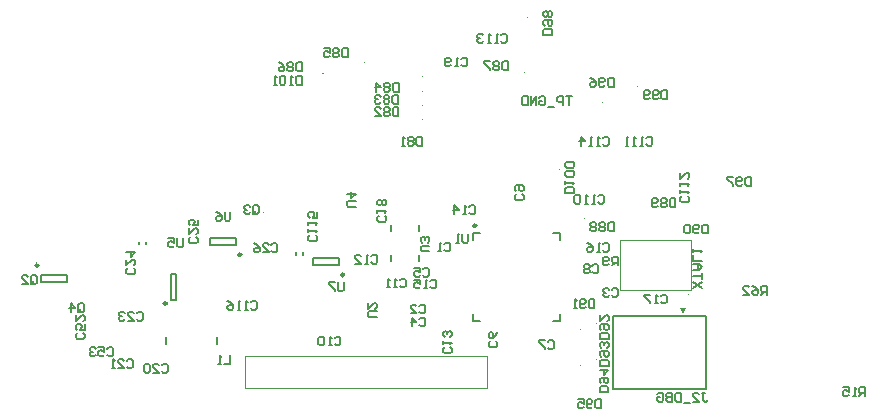
<source format=gbo>
G04*
G04 #@! TF.GenerationSoftware,Altium Limited,Altium Designer,24.2.2 (26)*
G04*
G04 Layer_Color=32896*
%FSLAX44Y44*%
%MOMM*%
G71*
G04*
G04 #@! TF.SameCoordinates,2B7E99FB-4F0D-402E-9D71-9E8D4FD60802*
G04*
G04*
G04 #@! TF.FilePolarity,Positive*
G04*
G01*
G75*
%ADD10C,0.1500*%
%ADD11C,0.2000*%
%ADD95C,0.2500*%
%ADD96C,0.1000*%
%ADD97C,0.0500*%
G36*
X1368476Y89973D02*
X1370976Y94973D01*
X1365976D01*
X1368476Y89973D01*
D02*
G37*
D10*
X1186401Y157575D02*
Y151327D01*
X1185152Y150077D01*
X1182652D01*
X1181403Y151327D01*
Y157575D01*
X1178904Y150077D02*
X1176404D01*
X1177654D01*
Y157575D01*
X1178904Y156325D01*
X1127591Y285481D02*
Y277983D01*
X1123842D01*
X1122592Y279233D01*
Y284231D01*
X1123842Y285481D01*
X1127591D01*
X1120093Y284231D02*
X1118844Y285481D01*
X1116344D01*
X1115095Y284231D01*
Y282981D01*
X1116344Y281732D01*
X1115095Y280482D01*
Y279233D01*
X1116344Y277983D01*
X1118844D01*
X1120093Y279233D01*
Y280482D01*
X1118844Y281732D01*
X1120093Y282981D01*
Y284231D01*
X1118844Y281732D02*
X1116344D01*
X1108847Y277983D02*
Y285481D01*
X1112596Y281732D01*
X1107597D01*
X1522372Y20251D02*
Y27749D01*
X1518623D01*
X1517374Y26499D01*
Y24000D01*
X1518623Y22750D01*
X1522372D01*
X1519873D02*
X1517374Y20251D01*
X1514874D02*
X1512375D01*
X1513625D01*
Y27749D01*
X1514874Y26499D01*
X1503628Y27749D02*
X1508626D01*
Y24000D01*
X1506127Y25250D01*
X1504878D01*
X1503628Y24000D01*
Y21501D01*
X1504878Y20251D01*
X1507377D01*
X1508626Y21501D01*
X1002498Y99846D02*
X1003747Y101096D01*
X1006246D01*
X1007496Y99846D01*
Y94848D01*
X1006246Y93598D01*
X1003747D01*
X1002498Y94848D01*
X999998Y93598D02*
X997499D01*
X998749D01*
Y101096D01*
X999998Y99846D01*
X993750Y93598D02*
X991251D01*
X992501D01*
Y101096D01*
X993750Y99846D01*
X982504Y101096D02*
X985003Y99846D01*
X987502Y97347D01*
Y94848D01*
X986253Y93598D01*
X983754D01*
X982504Y94848D01*
Y96097D01*
X983754Y97347D01*
X987502D01*
X1153749Y142752D02*
X1147501D01*
X1146251Y144002D01*
Y146501D01*
X1147501Y147750D01*
X1153749D01*
X1152499Y150250D02*
X1153749Y151499D01*
Y153998D01*
X1152499Y155248D01*
X1151250D01*
X1150000Y153998D01*
Y152749D01*
Y153998D01*
X1148750Y155248D01*
X1147501D01*
X1146251Y153998D01*
Y151499D01*
X1147501Y150250D01*
X816272Y116228D02*
Y121226D01*
X817522Y122476D01*
X820021D01*
X821271Y121226D01*
Y116228D01*
X820021Y114978D01*
X817522D01*
X818772Y117477D02*
X816272Y114978D01*
X817522D02*
X816272Y116228D01*
X808775Y114978D02*
X813773D01*
X808775Y119977D01*
Y121226D01*
X810024Y122476D01*
X812523D01*
X813773Y121226D01*
X1081091Y116586D02*
Y110338D01*
X1079842Y109089D01*
X1077342D01*
X1076093Y110338D01*
Y116586D01*
X1073594D02*
X1068595D01*
Y115337D01*
X1073594Y110338D01*
Y109089D01*
X1045604Y291482D02*
Y283985D01*
X1041856D01*
X1040606Y285234D01*
Y290233D01*
X1041856Y291482D01*
X1045604D01*
X1038107Y283985D02*
X1035608D01*
X1036857D01*
Y291482D01*
X1038107Y290233D01*
X1031859D02*
X1030609Y291482D01*
X1028110D01*
X1026861Y290233D01*
Y285234D01*
X1028110Y283985D01*
X1030609D01*
X1031859Y285234D01*
Y290233D01*
X1024361Y283985D02*
X1021862D01*
X1023112D01*
Y291482D01*
X1024361Y290233D01*
X1276162Y192293D02*
X1268665D01*
Y196042D01*
X1269914Y197291D01*
X1274913D01*
X1276162Y196042D01*
Y192293D01*
X1268665Y199790D02*
Y202290D01*
Y201040D01*
X1276162D01*
X1274913Y199790D01*
Y206038D02*
X1276162Y207288D01*
Y209787D01*
X1274913Y211037D01*
X1269914D01*
X1268665Y209787D01*
Y207288D01*
X1269914Y206038D01*
X1274913D01*
Y213536D02*
X1276162Y214786D01*
Y217285D01*
X1274913Y218534D01*
X1269914D01*
X1268665Y217285D01*
Y214786D01*
X1269914Y213536D01*
X1274913D01*
X1355195Y279080D02*
Y271582D01*
X1351446D01*
X1350196Y272832D01*
Y277830D01*
X1351446Y279080D01*
X1355195D01*
X1347697Y272832D02*
X1346447Y271582D01*
X1343948D01*
X1342699Y272832D01*
Y277830D01*
X1343948Y279080D01*
X1346447D01*
X1347697Y277830D01*
Y276581D01*
X1346447Y275331D01*
X1342699D01*
X1340200Y272832D02*
X1338950Y271582D01*
X1336451D01*
X1335201Y272832D01*
Y277830D01*
X1336451Y279080D01*
X1338950D01*
X1340200Y277830D01*
Y276581D01*
X1338950Y275331D01*
X1335201D01*
X1257782Y326332D02*
X1250285D01*
Y330081D01*
X1251534Y331331D01*
X1256533D01*
X1257782Y330081D01*
Y326332D01*
X1251534Y333830D02*
X1250285Y335079D01*
Y337579D01*
X1251534Y338828D01*
X1256533D01*
X1257782Y337579D01*
Y335079D01*
X1256533Y333830D01*
X1255283D01*
X1254034Y335079D01*
Y338828D01*
X1256533Y341328D02*
X1257782Y342577D01*
Y345076D01*
X1256533Y346326D01*
X1255283D01*
X1254034Y345076D01*
X1252784Y346326D01*
X1251534D01*
X1250285Y345076D01*
Y342577D01*
X1251534Y341328D01*
X1252784D01*
X1254034Y342577D01*
X1255283Y341328D01*
X1256533D01*
X1254034Y342577D02*
Y345076D01*
X1426048Y205771D02*
Y198274D01*
X1422299D01*
X1421049Y199523D01*
Y204522D01*
X1422299Y205771D01*
X1426048D01*
X1418550Y199523D02*
X1417300Y198274D01*
X1414801D01*
X1413552Y199523D01*
Y204522D01*
X1414801Y205771D01*
X1417300D01*
X1418550Y204522D01*
Y203272D01*
X1417300Y202022D01*
X1413552D01*
X1411052Y205771D02*
X1406054D01*
Y204522D01*
X1411052Y199523D01*
Y198274D01*
X1309681Y289811D02*
Y282314D01*
X1305932D01*
X1304683Y283563D01*
Y288562D01*
X1305932Y289811D01*
X1309681D01*
X1302183Y283563D02*
X1300934Y282314D01*
X1298435D01*
X1297185Y283563D01*
Y288562D01*
X1298435Y289811D01*
X1300934D01*
X1302183Y288562D01*
Y287312D01*
X1300934Y286063D01*
X1297185D01*
X1289687Y289811D02*
X1292187Y288562D01*
X1294686Y286063D01*
Y283563D01*
X1293436Y282314D01*
X1290937D01*
X1289687Y283563D01*
Y284813D01*
X1290937Y286063D01*
X1294686D01*
X1299231Y17603D02*
Y10106D01*
X1295482D01*
X1294232Y11356D01*
Y16354D01*
X1295482Y17603D01*
X1299231D01*
X1291733Y11356D02*
X1290483Y10106D01*
X1287984D01*
X1286735Y11356D01*
Y16354D01*
X1287984Y17603D01*
X1290483D01*
X1291733Y16354D01*
Y15104D01*
X1290483Y13855D01*
X1286735D01*
X1279237Y17603D02*
X1284236D01*
Y13855D01*
X1281736Y15104D01*
X1280487D01*
X1279237Y13855D01*
Y11356D01*
X1280487Y10106D01*
X1282986D01*
X1284236Y11356D01*
X1305307Y23521D02*
X1297809D01*
Y27269D01*
X1299059Y28519D01*
X1304057D01*
X1305307Y27269D01*
Y23521D01*
X1299059Y31018D02*
X1297809Y32268D01*
Y34767D01*
X1299059Y36016D01*
X1304057D01*
X1305307Y34767D01*
Y32268D01*
X1304057Y31018D01*
X1302808D01*
X1301558Y32268D01*
Y36016D01*
X1297809Y42264D02*
X1305307D01*
X1301558Y38516D01*
Y43514D01*
X1305375Y46074D02*
X1297877D01*
Y49823D01*
X1299127Y51073D01*
X1304125D01*
X1305375Y49823D01*
Y46074D01*
X1299127Y53572D02*
X1297877Y54822D01*
Y57321D01*
X1299127Y58570D01*
X1304125D01*
X1305375Y57321D01*
Y54822D01*
X1304125Y53572D01*
X1302876D01*
X1301626Y54822D01*
Y58570D01*
X1304125Y61070D02*
X1305375Y62319D01*
Y64818D01*
X1304125Y66068D01*
X1302876D01*
X1301626Y64818D01*
Y63569D01*
Y64818D01*
X1300376Y66068D01*
X1299127D01*
X1297877Y64818D01*
Y62319D01*
X1299127Y61070D01*
X1305375Y68764D02*
X1297877D01*
Y72512D01*
X1299127Y73762D01*
X1304125D01*
X1305375Y72512D01*
Y68764D01*
X1299127Y76261D02*
X1297877Y77511D01*
Y80010D01*
X1299127Y81260D01*
X1304125D01*
X1305375Y80010D01*
Y77511D01*
X1304125Y76261D01*
X1302876D01*
X1301626Y77511D01*
Y81260D01*
X1297877Y88757D02*
Y83759D01*
X1302876Y88757D01*
X1304125D01*
X1305375Y87508D01*
Y85008D01*
X1304125Y83759D01*
X1293469Y102221D02*
Y94724D01*
X1289720D01*
X1288471Y95973D01*
Y100972D01*
X1289720Y102221D01*
X1293469D01*
X1285972Y95973D02*
X1284722Y94724D01*
X1282223D01*
X1280973Y95973D01*
Y100972D01*
X1282223Y102221D01*
X1284722D01*
X1285972Y100972D01*
Y99722D01*
X1284722Y98472D01*
X1280973D01*
X1278474Y94724D02*
X1275975D01*
X1277224D01*
Y102221D01*
X1278474Y100972D01*
X1389452Y165551D02*
Y158053D01*
X1385703D01*
X1384453Y159303D01*
Y164301D01*
X1385703Y165551D01*
X1389452D01*
X1381954Y159303D02*
X1380705Y158053D01*
X1378206D01*
X1376956Y159303D01*
Y164301D01*
X1378206Y165551D01*
X1380705D01*
X1381954Y164301D01*
Y163052D01*
X1380705Y161802D01*
X1376956D01*
X1374457Y164301D02*
X1373207Y165551D01*
X1370708D01*
X1369458Y164301D01*
Y159303D01*
X1370708Y158053D01*
X1373207D01*
X1374457Y159303D01*
Y164301D01*
X1361997Y187749D02*
Y180251D01*
X1358248D01*
X1356998Y181501D01*
Y186499D01*
X1358248Y187749D01*
X1361997D01*
X1354499Y186499D02*
X1353250Y187749D01*
X1350750D01*
X1349501Y186499D01*
Y185250D01*
X1350750Y184000D01*
X1349501Y182750D01*
Y181501D01*
X1350750Y180251D01*
X1353250D01*
X1354499Y181501D01*
Y182750D01*
X1353250Y184000D01*
X1354499Y185250D01*
Y186499D01*
X1353250Y184000D02*
X1350750D01*
X1347002Y181501D02*
X1345752Y180251D01*
X1343253D01*
X1342003Y181501D01*
Y186499D01*
X1343253Y187749D01*
X1345752D01*
X1347002Y186499D01*
Y185250D01*
X1345752Y184000D01*
X1342003D01*
X1309951Y167567D02*
Y160069D01*
X1306203D01*
X1304953Y161319D01*
Y166317D01*
X1306203Y167567D01*
X1309951D01*
X1302454Y166317D02*
X1301204Y167567D01*
X1298705D01*
X1297455Y166317D01*
Y165068D01*
X1298705Y163818D01*
X1297455Y162568D01*
Y161319D01*
X1298705Y160069D01*
X1301204D01*
X1302454Y161319D01*
Y162568D01*
X1301204Y163818D01*
X1302454Y165068D01*
Y166317D01*
X1301204Y163818D02*
X1298705D01*
X1294956Y166317D02*
X1293707Y167567D01*
X1291207D01*
X1289958Y166317D01*
Y165068D01*
X1291207Y163818D01*
X1289958Y162568D01*
Y161319D01*
X1291207Y160069D01*
X1293707D01*
X1294956Y161319D01*
Y162568D01*
X1293707Y163818D01*
X1294956Y165068D01*
Y166317D01*
X1293707Y163818D02*
X1291207D01*
X1220322Y303885D02*
Y296387D01*
X1216573D01*
X1215323Y297637D01*
Y302635D01*
X1216573Y303885D01*
X1220322D01*
X1212824Y302635D02*
X1211574Y303885D01*
X1209075D01*
X1207825Y302635D01*
Y301385D01*
X1209075Y300136D01*
X1207825Y298886D01*
Y297637D01*
X1209075Y296387D01*
X1211574D01*
X1212824Y297637D01*
Y298886D01*
X1211574Y300136D01*
X1212824Y301385D01*
Y302635D01*
X1211574Y300136D02*
X1209075D01*
X1205326Y303885D02*
X1200328D01*
Y302635D01*
X1205326Y297637D01*
Y296387D01*
X1045997Y302900D02*
Y295403D01*
X1042248D01*
X1040998Y296652D01*
Y301651D01*
X1042248Y302900D01*
X1045997D01*
X1038499Y301651D02*
X1037250Y302900D01*
X1034750D01*
X1033501Y301651D01*
Y300401D01*
X1034750Y299151D01*
X1033501Y297902D01*
Y296652D01*
X1034750Y295403D01*
X1037250D01*
X1038499Y296652D01*
Y297902D01*
X1037250Y299151D01*
X1038499Y300401D01*
Y301651D01*
X1037250Y299151D02*
X1034750D01*
X1026003Y302900D02*
X1028502Y301651D01*
X1031002Y299151D01*
Y296652D01*
X1029752Y295403D01*
X1027253D01*
X1026003Y296652D01*
Y297902D01*
X1027253Y299151D01*
X1031002D01*
X1084388Y314669D02*
Y307172D01*
X1080639D01*
X1079390Y308421D01*
Y313420D01*
X1080639Y314669D01*
X1084388D01*
X1076891Y313420D02*
X1075641Y314669D01*
X1073142D01*
X1071892Y313420D01*
Y312170D01*
X1073142Y310920D01*
X1071892Y309671D01*
Y308421D01*
X1073142Y307172D01*
X1075641D01*
X1076891Y308421D01*
Y309671D01*
X1075641Y310920D01*
X1076891Y312170D01*
Y313420D01*
X1075641Y310920D02*
X1073142D01*
X1064395Y314669D02*
X1069393D01*
Y310920D01*
X1066894Y312170D01*
X1065644D01*
X1064395Y310920D01*
Y308421D01*
X1065644Y307172D01*
X1068143D01*
X1069393Y308421D01*
X1127398Y275183D02*
Y267685D01*
X1123649D01*
X1122400Y268935D01*
Y273933D01*
X1123649Y275183D01*
X1127398D01*
X1119901Y273933D02*
X1118651Y275183D01*
X1116152D01*
X1114902Y273933D01*
Y272684D01*
X1116152Y271434D01*
X1114902Y270184D01*
Y268935D01*
X1116152Y267685D01*
X1118651D01*
X1119901Y268935D01*
Y270184D01*
X1118651Y271434D01*
X1119901Y272684D01*
Y273933D01*
X1118651Y271434D02*
X1116152D01*
X1112403Y273933D02*
X1111153Y275183D01*
X1108654D01*
X1107405Y273933D01*
Y272684D01*
X1108654Y271434D01*
X1109904D01*
X1108654D01*
X1107405Y270184D01*
Y268935D01*
X1108654Y267685D01*
X1111153D01*
X1112403Y268935D01*
X1127495Y264692D02*
Y257195D01*
X1123746D01*
X1122496Y258444D01*
Y263443D01*
X1123746Y264692D01*
X1127495D01*
X1119997Y263443D02*
X1118747Y264692D01*
X1116248D01*
X1114998Y263443D01*
Y262193D01*
X1116248Y260944D01*
X1114998Y259694D01*
Y258444D01*
X1116248Y257195D01*
X1118747D01*
X1119997Y258444D01*
Y259694D01*
X1118747Y260944D01*
X1119997Y262193D01*
Y263443D01*
X1118747Y260944D02*
X1116248D01*
X1107501Y257195D02*
X1112499D01*
X1107501Y262193D01*
Y263443D01*
X1108751Y264692D01*
X1111250D01*
X1112499Y263443D01*
X1147747Y239749D02*
Y232251D01*
X1143998D01*
X1142749Y233501D01*
Y238499D01*
X1143998Y239749D01*
X1147747D01*
X1140250Y238499D02*
X1139000Y239749D01*
X1136501D01*
X1135251Y238499D01*
Y237250D01*
X1136501Y236000D01*
X1135251Y234750D01*
Y233501D01*
X1136501Y232251D01*
X1139000D01*
X1140250Y233501D01*
Y234750D01*
X1139000Y236000D01*
X1140250Y237250D01*
Y238499D01*
X1139000Y236000D02*
X1136501D01*
X1132752Y232251D02*
X1130253D01*
X1131502D01*
Y239749D01*
X1132752Y238499D01*
X1057499Y156502D02*
X1058749Y155253D01*
Y152754D01*
X1057499Y151504D01*
X1052501D01*
X1051251Y152754D01*
Y155253D01*
X1052501Y156502D01*
X1051251Y159002D02*
Y161501D01*
Y160251D01*
X1058749D01*
X1057499Y159002D01*
X1051251Y165250D02*
Y167749D01*
Y166499D01*
X1058749D01*
X1057499Y165250D01*
X1058749Y176496D02*
Y171498D01*
X1055000D01*
X1056250Y173997D01*
Y175246D01*
X1055000Y176496D01*
X1052501D01*
X1051251Y175246D01*
Y172747D01*
X1052501Y171498D01*
X1300498Y238499D02*
X1301747Y239749D01*
X1304246D01*
X1305496Y238499D01*
Y233501D01*
X1304246Y232251D01*
X1301747D01*
X1300498Y233501D01*
X1297998Y232251D02*
X1295499D01*
X1296749D01*
Y239749D01*
X1297998Y238499D01*
X1291750Y232251D02*
X1289251D01*
X1290501D01*
Y239749D01*
X1291750Y238499D01*
X1281754Y232251D02*
Y239749D01*
X1285502Y236000D01*
X1280504D01*
X1214262Y325775D02*
X1215512Y327024D01*
X1218011D01*
X1219261Y325775D01*
Y320776D01*
X1218011Y319527D01*
X1215512D01*
X1214262Y320776D01*
X1211763Y319527D02*
X1209264D01*
X1210514D01*
Y327024D01*
X1211763Y325775D01*
X1205515Y319527D02*
X1203016D01*
X1204266D01*
Y327024D01*
X1205515Y325775D01*
X1199267D02*
X1198018Y327024D01*
X1195518D01*
X1194269Y325775D01*
Y324525D01*
X1195518Y323276D01*
X1196768D01*
X1195518D01*
X1194269Y322026D01*
Y320776D01*
X1195518Y319527D01*
X1198018D01*
X1199267Y320776D01*
X1372499Y189502D02*
X1373749Y188253D01*
Y185754D01*
X1372499Y184504D01*
X1367501D01*
X1366251Y185754D01*
Y188253D01*
X1367501Y189502D01*
X1366251Y192002D02*
Y194501D01*
Y193251D01*
X1373749D01*
X1372499Y192002D01*
X1366251Y198250D02*
Y200749D01*
Y199499D01*
X1373749D01*
X1372499Y198250D01*
X1366251Y209496D02*
Y204498D01*
X1371250Y209496D01*
X1372499D01*
X1373749Y208246D01*
Y205747D01*
X1372499Y204498D01*
X1337248Y238499D02*
X1338498Y239749D01*
X1340997D01*
X1342246Y238499D01*
Y233501D01*
X1340997Y232251D01*
X1338498D01*
X1337248Y233501D01*
X1334749Y232251D02*
X1332250D01*
X1333499D01*
Y239749D01*
X1334749Y238499D01*
X1328501Y232251D02*
X1326002D01*
X1327251D01*
Y239749D01*
X1328501Y238499D01*
X1322253Y232251D02*
X1319754D01*
X1321003D01*
Y239749D01*
X1322253Y238499D01*
X1296498Y189499D02*
X1297747Y190749D01*
X1300246D01*
X1301496Y189499D01*
Y184501D01*
X1300246Y183251D01*
X1297747D01*
X1296498Y184501D01*
X1293998Y183251D02*
X1291499D01*
X1292749D01*
Y190749D01*
X1293998Y189499D01*
X1287750Y183251D02*
X1285251D01*
X1286501D01*
Y190749D01*
X1287750Y189499D01*
X1281502D02*
X1280253Y190749D01*
X1277754D01*
X1276504Y189499D01*
Y184501D01*
X1277754Y183251D01*
X1280253D01*
X1281502Y184501D01*
Y189499D01*
X985250Y176180D02*
Y169932D01*
X984000Y168682D01*
X981501D01*
X980252Y169932D01*
Y176180D01*
X972754D02*
X975253Y174930D01*
X977753Y172431D01*
Y169932D01*
X976503Y168682D01*
X974004D01*
X972754Y169932D01*
Y171181D01*
X974004Y172431D01*
X977753D01*
X945248Y153749D02*
Y147501D01*
X943998Y146251D01*
X941499D01*
X940250Y147501D01*
Y153749D01*
X932752D02*
X937750D01*
Y150000D01*
X935251Y151250D01*
X934002D01*
X932752Y150000D01*
Y147501D01*
X934002Y146251D01*
X936501D01*
X937750Y147501D01*
X1274288Y274052D02*
X1269290D01*
X1271789D01*
Y266554D01*
X1266790D02*
Y274052D01*
X1263042D01*
X1261792Y272802D01*
Y270303D01*
X1263042Y269053D01*
X1266790D01*
X1259293Y265304D02*
X1254294D01*
X1246797Y272802D02*
X1248046Y274052D01*
X1250546D01*
X1251795Y272802D01*
Y267804D01*
X1250546Y266554D01*
X1248046D01*
X1246797Y267804D01*
Y270303D01*
X1249296D01*
X1244298Y266554D02*
Y274052D01*
X1239299Y266554D01*
Y274052D01*
X1236800D02*
Y266554D01*
X1233051D01*
X1231802Y267804D01*
Y272802D01*
X1233051Y274052D01*
X1236800D01*
X984998Y54749D02*
Y47251D01*
X980000D01*
X977501D02*
X975002D01*
X976251D01*
Y54749D01*
X977501Y53499D01*
X1091172Y180534D02*
X1084924D01*
X1083674Y181784D01*
Y184283D01*
X1084924Y185532D01*
X1091172D01*
X1083674Y191780D02*
X1091172D01*
X1087423Y188032D01*
Y193030D01*
X1439443Y106263D02*
Y113760D01*
X1435694D01*
X1434444Y112511D01*
Y110012D01*
X1435694Y108762D01*
X1439443D01*
X1436944D02*
X1434444Y106263D01*
X1426947Y113760D02*
X1429446Y112511D01*
X1431945Y110012D01*
Y107512D01*
X1430696Y106263D01*
X1428197D01*
X1426947Y107512D01*
Y108762D01*
X1428197Y110012D01*
X1431945D01*
X1419449Y106263D02*
X1424448D01*
X1419449Y111261D01*
Y112511D01*
X1420699Y113760D01*
X1423198D01*
X1424448Y112511D01*
X856250Y92501D02*
Y97499D01*
X857499Y98749D01*
X859998D01*
X861248Y97499D01*
Y92501D01*
X859998Y91251D01*
X857499D01*
X858749Y93750D02*
X856250Y91251D01*
X857499D02*
X856250Y92501D01*
X850002Y91251D02*
Y98749D01*
X853750Y95000D01*
X848752D01*
X1004363Y175757D02*
Y180756D01*
X1005613Y182005D01*
X1008112D01*
X1009362Y180756D01*
Y175757D01*
X1008112Y174508D01*
X1005613D01*
X1006862Y177007D02*
X1004363Y174508D01*
X1005613D02*
X1004363Y175757D01*
X1001864Y180756D02*
X1000614Y182005D01*
X998115D01*
X996866Y180756D01*
Y179506D01*
X998115Y178257D01*
X999365D01*
X998115D01*
X996866Y177007D01*
Y175757D01*
X998115Y174508D01*
X1000614D01*
X1001864Y175757D01*
X897398Y50037D02*
X898648Y51286D01*
X901147D01*
X902397Y50037D01*
Y45038D01*
X901147Y43788D01*
X898648D01*
X897398Y45038D01*
X889901Y43788D02*
X894899D01*
X889901Y48787D01*
Y50037D01*
X891150Y51286D01*
X893650D01*
X894899Y50037D01*
X887402Y43788D02*
X884902D01*
X886152D01*
Y51286D01*
X887402Y50037D01*
X905906Y90383D02*
X907156Y91633D01*
X909655D01*
X910905Y90383D01*
Y85385D01*
X909655Y84135D01*
X907156D01*
X905906Y85385D01*
X898409Y84135D02*
X903407D01*
X898409Y89134D01*
Y90383D01*
X899658Y91633D01*
X902157D01*
X903407Y90383D01*
X895909D02*
X894660Y91633D01*
X892161D01*
X890911Y90383D01*
Y89134D01*
X892161Y87884D01*
X893410D01*
X892161D01*
X890911Y86634D01*
Y85385D01*
X892161Y84135D01*
X894660D01*
X895909Y85385D01*
X1180647Y305630D02*
X1181896Y306880D01*
X1184395D01*
X1185645Y305630D01*
Y300632D01*
X1184395Y299382D01*
X1181896D01*
X1180647Y300632D01*
X1178147Y299382D02*
X1175648D01*
X1176898D01*
Y306880D01*
X1178147Y305630D01*
X1171899Y300632D02*
X1170650Y299382D01*
X1168150D01*
X1166901Y300632D01*
Y305630D01*
X1168150Y306880D01*
X1170650D01*
X1171899Y305630D01*
Y304381D01*
X1170650Y303131D01*
X1166901D01*
X927106Y46496D02*
X928356Y47746D01*
X930855D01*
X932104Y46496D01*
Y41498D01*
X930855Y40248D01*
X928356D01*
X927106Y41498D01*
X919608Y40248D02*
X924607D01*
X919608Y45247D01*
Y46496D01*
X920858Y47746D01*
X923357D01*
X924607Y46496D01*
X917109D02*
X915860Y47746D01*
X913360D01*
X912111Y46496D01*
Y41498D01*
X913360Y40248D01*
X915860D01*
X917109Y41498D01*
Y46496D01*
X956419Y154810D02*
X957668Y153561D01*
Y151062D01*
X956419Y149812D01*
X951420D01*
X950171Y151062D01*
Y153561D01*
X951420Y154810D01*
X950171Y162308D02*
Y157310D01*
X955169Y162308D01*
X956419D01*
X957668Y161058D01*
Y158559D01*
X956419Y157310D01*
X957668Y169806D02*
Y164807D01*
X953920D01*
X955169Y167306D01*
Y168556D01*
X953920Y169806D01*
X951420D01*
X950171Y168556D01*
Y166057D01*
X951420Y164807D01*
X903407Y128375D02*
X904656Y127126D01*
Y124627D01*
X903407Y123377D01*
X898408D01*
X897159Y124627D01*
Y127126D01*
X898408Y128375D01*
X897159Y135873D02*
Y130875D01*
X902157Y135873D01*
X903407D01*
X904656Y134623D01*
Y132124D01*
X903407Y130875D01*
X897159Y142121D02*
X904656D01*
X900907Y138372D01*
Y143371D01*
X880998Y60499D02*
X882248Y61749D01*
X884747D01*
X885997Y60499D01*
Y55501D01*
X884747Y54251D01*
X882248D01*
X880998Y55501D01*
X873501Y61749D02*
X878499D01*
Y58000D01*
X876000Y59250D01*
X874750D01*
X873501Y58000D01*
Y55501D01*
X874750Y54251D01*
X877250D01*
X878499Y55501D01*
X871002Y60499D02*
X869752Y61749D01*
X867253D01*
X866003Y60499D01*
Y59250D01*
X867253Y58000D01*
X868502D01*
X867253D01*
X866003Y56750D01*
Y55501D01*
X867253Y54251D01*
X869752D01*
X871002Y55501D01*
X860737Y73697D02*
X861986Y72447D01*
Y69948D01*
X860737Y68698D01*
X855738D01*
X854489Y69948D01*
Y72447D01*
X855738Y73697D01*
X861986Y81194D02*
Y76196D01*
X858238D01*
X859487Y78695D01*
Y79945D01*
X858238Y81194D01*
X855738D01*
X854489Y79945D01*
Y77445D01*
X855738Y76196D01*
X854489Y88692D02*
Y83693D01*
X859487Y88692D01*
X860737D01*
X861986Y87442D01*
Y84943D01*
X860737Y83693D01*
X1019998Y148499D02*
X1021248Y149749D01*
X1023747D01*
X1024997Y148499D01*
Y143501D01*
X1023747Y142251D01*
X1021248D01*
X1019998Y143501D01*
X1012501Y142251D02*
X1017499D01*
X1012501Y147250D01*
Y148499D01*
X1013750Y149749D01*
X1016250D01*
X1017499Y148499D01*
X1005003Y149749D02*
X1007502Y148499D01*
X1010002Y146000D01*
Y143501D01*
X1008752Y142251D01*
X1006253D01*
X1005003Y143501D01*
Y144750D01*
X1006253Y146000D01*
X1010002D01*
X1384274Y22980D02*
X1386773D01*
X1385523D01*
Y16732D01*
X1386773Y15482D01*
X1388023D01*
X1389272Y16732D01*
X1376776Y15482D02*
X1381775D01*
X1376776Y20480D01*
Y21730D01*
X1378026Y22980D01*
X1380525D01*
X1381775Y21730D01*
X1374277Y14232D02*
X1369279D01*
X1366779Y22980D02*
Y15482D01*
X1363031D01*
X1361781Y16732D01*
Y21730D01*
X1363031Y22980D01*
X1366779D01*
X1359282D02*
Y15482D01*
X1355533D01*
X1354283Y16732D01*
Y17981D01*
X1355533Y19231D01*
X1359282D01*
X1355533D01*
X1354283Y20480D01*
Y21730D01*
X1355533Y22980D01*
X1359282D01*
X1346786Y21730D02*
X1348035Y22980D01*
X1350535D01*
X1351784Y21730D01*
Y16732D01*
X1350535Y15482D01*
X1348035D01*
X1346786Y16732D01*
Y19231D01*
X1349285D01*
X1313017Y130901D02*
Y138398D01*
X1309268D01*
X1308019Y137149D01*
Y134650D01*
X1309268Y133400D01*
X1313017D01*
X1310518D02*
X1308019Y130901D01*
X1305520Y132150D02*
X1304270Y130901D01*
X1301771D01*
X1300521Y132150D01*
Y137149D01*
X1301771Y138398D01*
X1304270D01*
X1305520Y137149D01*
Y135899D01*
X1304270Y134650D01*
X1300521D01*
X1115992Y172990D02*
X1117242Y171740D01*
Y169241D01*
X1115992Y167991D01*
X1110994D01*
X1109744Y169241D01*
Y171740D01*
X1110994Y172990D01*
X1109744Y175489D02*
Y177988D01*
Y176739D01*
X1117242D01*
X1115992Y175489D01*
Y181737D02*
X1117242Y182987D01*
Y185486D01*
X1115992Y186735D01*
X1114743D01*
X1113493Y185486D01*
X1112243Y186735D01*
X1110994D01*
X1109744Y185486D01*
Y182987D01*
X1110994Y181737D01*
X1112243D01*
X1113493Y182987D01*
X1114743Y181737D01*
X1115992D01*
X1113493Y182987D02*
Y185486D01*
X1349451Y105036D02*
X1350701Y106286D01*
X1353200D01*
X1354449Y105036D01*
Y100038D01*
X1353200Y98788D01*
X1350701D01*
X1349451Y100038D01*
X1346952Y98788D02*
X1344453D01*
X1345702D01*
Y106286D01*
X1346952Y105036D01*
X1340704Y106286D02*
X1335706D01*
Y105036D01*
X1340704Y100038D01*
Y98788D01*
X1300626Y148916D02*
X1301875Y150166D01*
X1304375D01*
X1305624Y148916D01*
Y143918D01*
X1304375Y142668D01*
X1301875D01*
X1300626Y143918D01*
X1298127Y142668D02*
X1295627D01*
X1296877D01*
Y150166D01*
X1298127Y148916D01*
X1286880Y150166D02*
X1289379Y148916D01*
X1291879Y146417D01*
Y143918D01*
X1290629Y142668D01*
X1288130D01*
X1286880Y143918D01*
Y145168D01*
X1288130Y146417D01*
X1291879D01*
X1154508Y117735D02*
X1155758Y118984D01*
X1158257D01*
X1159507Y117735D01*
Y112736D01*
X1158257Y111487D01*
X1155758D01*
X1154508Y112736D01*
X1152009Y111487D02*
X1149510D01*
X1150759D01*
Y118984D01*
X1152009Y117735D01*
X1140763Y118984D02*
X1145761D01*
Y115235D01*
X1143262Y116485D01*
X1142012D01*
X1140763Y115235D01*
Y112736D01*
X1142012Y111487D01*
X1144511D01*
X1145761Y112736D01*
X1187374Y180499D02*
X1188623Y181749D01*
X1191122D01*
X1192372Y180499D01*
Y175501D01*
X1191122Y174251D01*
X1188623D01*
X1187374Y175501D01*
X1184874Y174251D02*
X1182375D01*
X1183625D01*
Y181749D01*
X1184874Y180499D01*
X1174878Y174251D02*
Y181749D01*
X1178626Y178000D01*
X1173628D01*
X1171499Y61626D02*
X1172749Y60377D01*
Y57878D01*
X1171499Y56628D01*
X1166501D01*
X1165251Y57878D01*
Y60377D01*
X1166501Y61626D01*
X1165251Y64126D02*
Y66625D01*
Y65375D01*
X1172749D01*
X1171499Y64126D01*
Y70374D02*
X1172749Y71623D01*
Y74122D01*
X1171499Y75372D01*
X1170250D01*
X1169000Y74122D01*
Y72873D01*
Y74122D01*
X1167750Y75372D01*
X1166501D01*
X1165251Y74122D01*
Y71623D01*
X1166501Y70374D01*
X1104374Y138499D02*
X1105623Y139749D01*
X1108122D01*
X1109372Y138499D01*
Y133501D01*
X1108122Y132251D01*
X1105623D01*
X1104374Y133501D01*
X1101874Y132251D02*
X1099375D01*
X1100625D01*
Y139749D01*
X1101874Y138499D01*
X1090628Y132251D02*
X1095626D01*
X1090628Y137250D01*
Y138499D01*
X1091878Y139749D01*
X1094377D01*
X1095626Y138499D01*
X1128681Y118574D02*
X1129930Y119823D01*
X1132430D01*
X1133679Y118574D01*
Y113575D01*
X1132430Y112326D01*
X1129930D01*
X1128681Y113575D01*
X1126182Y112326D02*
X1123682D01*
X1124932D01*
Y119823D01*
X1126182Y118574D01*
X1119934Y112326D02*
X1117434D01*
X1118684D01*
Y119823D01*
X1119934Y118574D01*
X1073374Y69499D02*
X1074623Y70749D01*
X1077122D01*
X1078372Y69499D01*
Y64501D01*
X1077122Y63251D01*
X1074623D01*
X1073374Y64501D01*
X1070874Y63251D02*
X1068375D01*
X1069625D01*
Y70749D01*
X1070874Y69499D01*
X1064626D02*
X1063377Y70749D01*
X1060878D01*
X1059628Y69499D01*
Y64501D01*
X1060878Y63251D01*
X1063377D01*
X1064626Y64501D01*
Y69499D01*
X1232169Y191281D02*
X1233419Y190032D01*
Y187532D01*
X1232169Y186283D01*
X1227171D01*
X1225921Y187532D01*
Y190032D01*
X1227171Y191281D01*
Y193780D02*
X1225921Y195030D01*
Y197529D01*
X1227171Y198779D01*
X1232169D01*
X1233419Y197529D01*
Y195030D01*
X1232169Y193780D01*
X1230920D01*
X1229670Y195030D01*
Y198779D01*
X1291765Y130677D02*
X1293015Y131926D01*
X1295514D01*
X1296763Y130677D01*
Y125678D01*
X1295514Y124429D01*
X1293015D01*
X1291765Y125678D01*
X1289266Y130677D02*
X1288016Y131926D01*
X1285517D01*
X1284267Y130677D01*
Y129427D01*
X1285517Y128177D01*
X1284267Y126928D01*
Y125678D01*
X1285517Y124429D01*
X1288016D01*
X1289266Y125678D01*
Y126928D01*
X1288016Y128177D01*
X1289266Y129427D01*
Y130677D01*
X1288016Y128177D02*
X1285517D01*
X1253921Y66428D02*
X1255171Y67678D01*
X1257670D01*
X1258920Y66428D01*
Y61430D01*
X1257670Y60180D01*
X1255171D01*
X1253921Y61430D01*
X1251422Y67678D02*
X1246424D01*
Y66428D01*
X1251422Y61430D01*
Y60180D01*
X1210061Y66869D02*
X1211311Y65619D01*
Y63120D01*
X1210061Y61870D01*
X1205063D01*
X1203813Y63120D01*
Y65619D01*
X1205063Y66869D01*
X1211311Y74366D02*
X1210061Y71867D01*
X1207562Y69368D01*
X1205063D01*
X1203813Y70617D01*
Y73117D01*
X1205063Y74366D01*
X1206313D01*
X1207562Y73117D01*
Y69368D01*
X1148267Y127685D02*
X1149517Y128935D01*
X1152016D01*
X1153266Y127685D01*
Y122687D01*
X1152016Y121438D01*
X1149517D01*
X1148267Y122687D01*
X1140770Y128935D02*
X1145768D01*
Y125186D01*
X1143269Y126436D01*
X1142019D01*
X1140770Y125186D01*
Y122687D01*
X1142019Y121438D01*
X1144518D01*
X1145768Y122687D01*
X1145250Y85499D02*
X1146499Y86749D01*
X1148998D01*
X1150248Y85499D01*
Y80501D01*
X1148998Y79251D01*
X1146499D01*
X1145250Y80501D01*
X1139002Y79251D02*
Y86749D01*
X1142750Y83000D01*
X1137752D01*
X1308250Y110499D02*
X1309499Y111749D01*
X1311998D01*
X1313248Y110499D01*
Y105501D01*
X1311998Y104251D01*
X1309499D01*
X1308250Y105501D01*
X1305750Y110499D02*
X1304501Y111749D01*
X1302002D01*
X1300752Y110499D01*
Y109250D01*
X1302002Y108000D01*
X1303251D01*
X1302002D01*
X1300752Y106750D01*
Y105501D01*
X1302002Y104251D01*
X1304501D01*
X1305750Y105501D01*
X1145250Y96499D02*
X1146499Y97749D01*
X1148998D01*
X1150248Y96499D01*
Y91501D01*
X1148998Y90251D01*
X1146499D01*
X1145250Y91501D01*
X1137752Y90251D02*
X1142750D01*
X1137752Y95250D01*
Y96499D01*
X1139002Y97749D01*
X1141501D01*
X1142750Y96499D01*
X1166320Y149026D02*
X1167570Y150276D01*
X1170069D01*
X1171318Y149026D01*
Y144028D01*
X1170069Y142778D01*
X1167570D01*
X1166320Y144028D01*
X1163821Y142778D02*
X1161321D01*
X1162571D01*
Y150276D01*
X1163821Y149026D01*
X1384653Y112154D02*
X1377156Y117152D01*
X1384653D02*
X1377156Y112154D01*
X1384653Y119651D02*
Y124649D01*
Y122150D01*
X1377156D01*
Y127149D02*
X1382154D01*
X1384653Y129648D01*
X1382154Y132147D01*
X1377156D01*
X1380905D01*
Y127149D01*
X1384653Y134646D02*
X1377156D01*
Y139645D01*
Y142144D02*
Y144643D01*
Y143393D01*
X1384653D01*
X1383404Y142144D01*
X1109164Y86927D02*
X1102916D01*
X1101666Y88177D01*
Y90676D01*
X1102916Y91926D01*
X1109164D01*
X1101666Y99424D02*
Y94425D01*
X1106665Y99424D01*
X1107914D01*
X1109164Y98174D01*
Y95675D01*
X1107914Y94425D01*
D11*
X974027Y64041D02*
Y70541D01*
X931027Y64041D02*
Y70541D01*
X1264670Y152080D02*
Y158080D01*
X1258670D02*
X1264670D01*
Y84080D02*
Y90080D01*
X1258670Y84080D02*
X1264670D01*
X1190670D02*
X1196670D01*
X1190670D02*
Y90080D01*
Y152080D02*
Y158080D01*
X1196670D01*
X1308976Y26473D02*
Y87973D01*
X1387976D01*
Y26473D02*
Y87973D01*
X1308976Y26473D02*
X1387976D01*
X1121000Y160450D02*
Y165500D01*
Y134500D02*
Y139550D01*
X1145000Y160450D02*
Y165500D01*
Y134500D02*
Y139550D01*
X1055000Y131000D02*
X1077000D01*
X1055000Y137000D02*
X1077000D01*
Y131000D02*
Y137000D01*
X1055000Y131000D02*
Y137000D01*
X968000Y148000D02*
X990000D01*
X968000Y154000D02*
X990000D01*
Y148000D02*
Y154000D01*
X968000Y148000D02*
Y154000D01*
X934500Y124000D02*
X939500D01*
X934500Y102000D02*
X939500D01*
Y124000D01*
X934500Y102000D02*
Y124000D01*
X824647Y123084D02*
X846647D01*
X824647Y117084D02*
X846647D01*
X824647D02*
Y123084D01*
X846647Y117084D02*
Y123084D01*
X1047000Y140000D02*
Y142000D01*
X1041000Y140000D02*
Y142000D01*
X914000Y149000D02*
Y151000D01*
X908000Y149000D02*
Y151000D01*
D95*
X1193420Y164580D02*
G03*
X1193420Y164580I-1250J0D01*
G01*
X1081500Y123000D02*
G03*
X1081500Y123000I-1250J0D01*
G01*
X994500Y140000D02*
G03*
X994500Y140000I-1250J0D01*
G01*
X931250Y98750D02*
G03*
X931250Y98750I-1250J0D01*
G01*
X822647Y131084D02*
G03*
X822647Y131084I-1250J0D01*
G01*
D96*
X1373000Y106000D02*
G03*
X1373000Y106000I-500J0D01*
G01*
X1063830Y293594D02*
G03*
X1063830Y293594I-500J0D01*
G01*
X1264403Y212414D02*
G03*
X1264403Y212414I-500J0D01*
G01*
X1330002Y282423D02*
G03*
X1330002Y282423I-500J0D01*
G01*
X1237047Y341059D02*
G03*
X1237047Y341059I-500J0D01*
G01*
X1392256Y207502D02*
G03*
X1392256Y207502I-500J0D01*
G01*
X1300500Y268750D02*
G03*
X1300500Y268750I-500J0D01*
G01*
X1295768Y21319D02*
G03*
X1295768Y21319I-500J0D01*
G01*
X1281770Y46446D02*
G03*
X1281770Y46446I-500J0D01*
G01*
X1295770Y51594D02*
G03*
X1295770Y51594I-500J0D01*
G01*
X1281724Y76726D02*
G03*
X1281724Y76726I-500J0D01*
G01*
X1295757Y82013D02*
G03*
X1295757Y82013I-500J0D01*
G01*
X1351591Y154365D02*
G03*
X1351591Y154365I-500J0D01*
G01*
X1351591Y166301D02*
G03*
X1351591Y166301I-500J0D01*
G01*
X1285519Y170818D02*
G03*
X1285519Y170818I-500J0D01*
G01*
X1234541Y294649D02*
G03*
X1234541Y294649I-500J0D01*
G01*
X1063830Y305783D02*
G03*
X1063830Y305783I-500J0D01*
G01*
X1098927Y302982D02*
G03*
X1098927Y302982I-500J0D01*
G01*
X1148000Y290695D02*
G03*
X1148000Y290695I-500J0D01*
G01*
Y278483D02*
G03*
X1148000Y278483I-500J0D01*
G01*
Y266370D02*
G03*
X1148000Y266370I-500J0D01*
G01*
Y254317D02*
G03*
X1148000Y254317I-500J0D01*
G01*
X1121500Y169500D02*
G03*
X1121500Y169500I-500J0D01*
G01*
X1013358Y175467D02*
G03*
X1013358Y175467I-500J0D01*
G01*
X874024Y109533D02*
G03*
X874024Y109533I-500J0D01*
G01*
X1096775Y165185D02*
G03*
X1096775Y165185I-500J0D01*
G01*
D97*
X997433Y27024D02*
Y54378D01*
X1202600Y27024D02*
Y54378D01*
X997433Y27024D02*
X1202600D01*
X997433Y54378D02*
X1202600D01*
X1375245Y109747D02*
Y152248D01*
X1314752Y109747D02*
Y152248D01*
X1375245D01*
X1314752Y109747D02*
X1375245D01*
M02*

</source>
